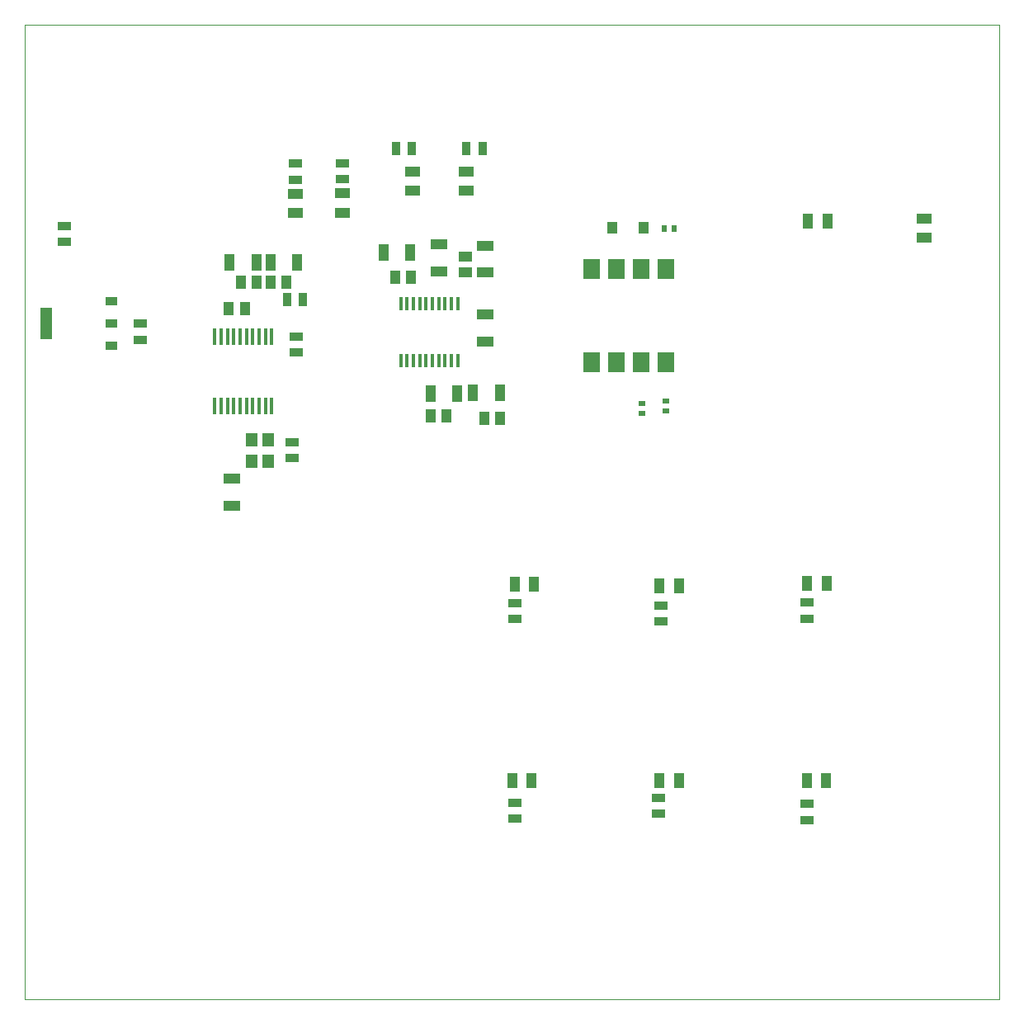
<source format=gbr>
%TF.GenerationSoftware,KiCad,Pcbnew,(5.1.6)-1*%
%TF.CreationDate,2020-08-11T23:20:13+02:00*%
%TF.ProjectId,AudioBoard,41756469-6f42-46f6-9172-642e6b696361,rev?*%
%TF.SameCoordinates,Original*%
%TF.FileFunction,Paste,Top*%
%TF.FilePolarity,Positive*%
%FSLAX46Y46*%
G04 Gerber Fmt 4.6, Leading zero omitted, Abs format (unit mm)*
G04 Created by KiCad (PCBNEW (5.1.6)-1) date 2020-08-11 23:20:13*
%MOMM*%
%LPD*%
G01*
G04 APERTURE LIST*
%TA.AperFunction,Profile*%
%ADD10C,0.050000*%
%TD*%
%ADD11R,1.550000X1.000000*%
%ADD12R,1.000000X1.550000*%
%ADD13R,0.800000X0.500000*%
%ADD14R,0.500000X0.800000*%
%ADD15R,1.780000X2.000000*%
%ADD16R,1.020000X1.780000*%
%ADD17R,1.390000X0.910000*%
%ADD18R,1.200000X1.400000*%
%ADD19R,0.450000X1.800000*%
%ADD20R,0.450000X1.475000*%
%ADD21R,1.300000X3.250000*%
%ADD22R,1.300000X0.950000*%
%ADD23R,1.120000X1.220000*%
%ADD24R,1.430000X0.940000*%
%ADD25R,1.780000X1.020000*%
%ADD26R,0.910000X1.390000*%
%ADD27R,0.990000X1.470000*%
%ADD28R,1.820000X1.050000*%
%ADD29R,1.470000X0.990000*%
%ADD30R,0.940000X1.430000*%
G04 APERTURE END LIST*
D10*
X50000000Y-150000000D02*
X50000000Y-50000000D01*
X50000000Y-50000000D02*
X150000000Y-50000000D01*
X150000000Y-150000000D02*
X50000000Y-150000000D01*
X150000000Y-50000000D02*
X150000000Y-150000000D01*
D11*
%TO.C,R15*%
X95300800Y-65042300D03*
X95300800Y-67042300D03*
%TD*%
%TO.C,R14*%
X89789000Y-65040000D03*
X89789000Y-67040000D03*
%TD*%
%TO.C,R13*%
X77825600Y-69326000D03*
X77825600Y-67326000D03*
%TD*%
%TO.C,R12*%
X82600800Y-69275200D03*
X82600800Y-67275200D03*
%TD*%
D12*
%TO.C,R11*%
X130396500Y-70104000D03*
X132396500Y-70104000D03*
%TD*%
D11*
%TO.C,R10*%
X142341600Y-71866000D03*
X142341600Y-69866000D03*
%TD*%
D13*
%TO.C,R9*%
X115824000Y-89631000D03*
X115824000Y-88631000D03*
%TD*%
%TO.C,R8*%
X113334800Y-89848400D03*
X113334800Y-88848400D03*
%TD*%
D14*
%TO.C,R7*%
X115656600Y-70866000D03*
X116656600Y-70866000D03*
%TD*%
D12*
%TO.C,R6*%
X102267500Y-107362000D03*
X100267500Y-107362000D03*
%TD*%
%TO.C,R5*%
X102013500Y-127508000D03*
X100013500Y-127508000D03*
%TD*%
%TO.C,R4*%
X117156500Y-107565200D03*
X115156500Y-107565200D03*
%TD*%
%TO.C,R3*%
X117156500Y-127508000D03*
X115156500Y-127508000D03*
%TD*%
%TO.C,R2*%
X132318000Y-107311200D03*
X130318000Y-107311200D03*
%TD*%
%TO.C,R1*%
X132239500Y-127508000D03*
X130239500Y-127508000D03*
%TD*%
D15*
%TO.C,U2*%
X115824000Y-84612400D03*
X108204000Y-75082400D03*
X113284000Y-84612400D03*
X110744000Y-75082400D03*
X110744000Y-84612400D03*
X113284000Y-75082400D03*
X108204000Y-84612400D03*
X115824000Y-75082400D03*
%TD*%
D16*
%TO.C,C14*%
X91643200Y-87858600D03*
X94403200Y-87858600D03*
%TD*%
%TO.C,C13*%
X96012000Y-87731600D03*
X98772000Y-87731600D03*
%TD*%
D17*
%TO.C,C12*%
X77774800Y-65887600D03*
X77774800Y-64247600D03*
%TD*%
%TO.C,C11*%
X82600800Y-65844000D03*
X82600800Y-64204000D03*
%TD*%
D18*
%TO.C,U3*%
X73304400Y-94757600D03*
X73304400Y-92557600D03*
X75004400Y-92557600D03*
X75004400Y-94757600D03*
%TD*%
D19*
%TO.C,IC3*%
X75365800Y-89097200D03*
X74715800Y-89097200D03*
X74065800Y-89097200D03*
X73415800Y-89097200D03*
X72765800Y-89097200D03*
X72115800Y-89097200D03*
X71465800Y-89097200D03*
X70815800Y-89097200D03*
X70165800Y-89097200D03*
X69515800Y-89097200D03*
X69515800Y-81997200D03*
X70165800Y-81997200D03*
X70815800Y-81997200D03*
X71465800Y-81997200D03*
X72115800Y-81997200D03*
X72765800Y-81997200D03*
X73415800Y-81997200D03*
X74065800Y-81997200D03*
X74715800Y-81997200D03*
X75365800Y-81997200D03*
%TD*%
D20*
%TO.C,IC2*%
X94441200Y-84446600D03*
X93791200Y-84446600D03*
X93141200Y-84446600D03*
X92491200Y-84446600D03*
X91841200Y-84446600D03*
X91191200Y-84446600D03*
X90541200Y-84446600D03*
X89891200Y-84446600D03*
X89241200Y-84446600D03*
X88591200Y-84446600D03*
X88591200Y-78570600D03*
X89241200Y-78570600D03*
X89891200Y-78570600D03*
X90541200Y-78570600D03*
X91191200Y-78570600D03*
X91841200Y-78570600D03*
X92491200Y-78570600D03*
X93141200Y-78570600D03*
X93791200Y-78570600D03*
X94441200Y-78570600D03*
%TD*%
D21*
%TO.C,IC1*%
X52174400Y-80670400D03*
D22*
X58874400Y-78380400D03*
X58874400Y-80670400D03*
X58874400Y-82960400D03*
%TD*%
D23*
%TO.C,D1*%
X113537600Y-70815200D03*
X110337600Y-70815200D03*
%TD*%
D24*
%TO.C,C31*%
X77419200Y-94437200D03*
X77419200Y-92797200D03*
%TD*%
D25*
%TO.C,C30*%
X71272400Y-99330800D03*
X71272400Y-96570800D03*
%TD*%
D26*
%TO.C,C29*%
X96977200Y-62712600D03*
X95337200Y-62712600D03*
%TD*%
%TO.C,C28*%
X88098200Y-62712600D03*
X89738200Y-62712600D03*
%TD*%
D27*
%TO.C,C27*%
X73826800Y-76403200D03*
X72186800Y-76403200D03*
%TD*%
%TO.C,C26*%
X72593200Y-79146400D03*
X70953200Y-79146400D03*
%TD*%
D16*
%TO.C,C25*%
X73812400Y-74371200D03*
X71052400Y-74371200D03*
%TD*%
%TO.C,C24*%
X86817200Y-73380600D03*
X89577200Y-73380600D03*
%TD*%
D28*
%TO.C,C23*%
X92532200Y-75285600D03*
X92532200Y-72505600D03*
%TD*%
D29*
%TO.C,C22*%
X95199200Y-73772600D03*
X95199200Y-75412600D03*
%TD*%
D27*
%TO.C,C21*%
X75234800Y-76403200D03*
X76874800Y-76403200D03*
%TD*%
%TO.C,C20*%
X88029200Y-75920600D03*
X89669200Y-75920600D03*
%TD*%
D28*
%TO.C,C19*%
X97231200Y-82510600D03*
X97231200Y-79730600D03*
%TD*%
D16*
%TO.C,C18*%
X75234800Y-74371200D03*
X77994800Y-74371200D03*
%TD*%
D25*
%TO.C,C17*%
X97231200Y-72652600D03*
X97231200Y-75412600D03*
%TD*%
D30*
%TO.C,C16*%
X78551200Y-78181200D03*
X76911200Y-78181200D03*
%TD*%
D24*
%TO.C,C15*%
X77876400Y-83631200D03*
X77876400Y-81991200D03*
%TD*%
D27*
%TO.C,C10*%
X91643200Y-90144600D03*
X93283200Y-90144600D03*
%TD*%
%TO.C,C9*%
X97166000Y-90398600D03*
X98806000Y-90398600D03*
%TD*%
D17*
%TO.C,C8*%
X100330000Y-110983200D03*
X100330000Y-109343200D03*
%TD*%
%TO.C,C7*%
X100330000Y-131434000D03*
X100330000Y-129794000D03*
%TD*%
%TO.C,C6*%
X115316000Y-111237200D03*
X115316000Y-109597200D03*
%TD*%
%TO.C,C5*%
X115062000Y-130926000D03*
X115062000Y-129286000D03*
%TD*%
%TO.C,C4*%
X130302000Y-110925200D03*
X130302000Y-109285200D03*
%TD*%
%TO.C,C3*%
X130302000Y-131572000D03*
X130302000Y-129932000D03*
%TD*%
D24*
%TO.C,C2*%
X61874400Y-82310400D03*
X61874400Y-80670400D03*
%TD*%
%TO.C,C1*%
X54051200Y-70648400D03*
X54051200Y-72288400D03*
%TD*%
M02*

</source>
